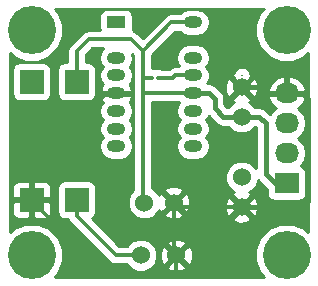
<source format=gbl>
G04 #@! TF.FileFunction,Copper,L2,Bot,Signal*
%FSLAX46Y46*%
G04 Gerber Fmt 4.6, Leading zero omitted, Abs format (unit mm)*
G04 Created by KiCad (PCBNEW 4.0.6) date 10/30/18 22:54:08*
%MOMM*%
%LPD*%
G01*
G04 APERTURE LIST*
%ADD10C,0.100000*%
%ADD11R,1.540000X1.000000*%
%ADD12O,1.540000X1.000000*%
%ADD13R,2.032000X1.727200*%
%ADD14O,2.032000X1.727200*%
%ADD15R,1.998980X1.998980*%
%ADD16C,1.524000*%
%ADD17C,4.064000*%
%ADD18R,0.280000X0.430000*%
%ADD19C,0.152400*%
%ADD20C,0.304800*%
%ADD21C,0.385800*%
%ADD22C,0.406400*%
%ADD23C,0.254000*%
G04 APERTURE END LIST*
D10*
D11*
X139244000Y-86964000D03*
D12*
X139244000Y-89964000D03*
X139244000Y-91464000D03*
X139244000Y-92964000D03*
X139244000Y-94464000D03*
X139244000Y-95964000D03*
X139244000Y-97464000D03*
X145744000Y-97464000D03*
X145744000Y-95964000D03*
X145744000Y-94464000D03*
X145744000Y-92964000D03*
X145744000Y-91464000D03*
X145744000Y-89964000D03*
X145744000Y-86964000D03*
D13*
X153670000Y-100584000D03*
D14*
X153670000Y-98044000D03*
X153670000Y-95504000D03*
X153670000Y-92964000D03*
D15*
X132080000Y-91998740D03*
X132080000Y-102001260D03*
X135890000Y-91998740D03*
X135890000Y-102001260D03*
D16*
X144325000Y-106680000D03*
X141325000Y-106680000D03*
D17*
X153670000Y-87630000D03*
X132080000Y-87630000D03*
X132080000Y-106680000D03*
X153670000Y-106680000D03*
D16*
X149860000Y-94976000D03*
X149860000Y-92476000D03*
X149860000Y-100096000D03*
X149860000Y-102596000D03*
X141625000Y-102235000D03*
X144125000Y-102235000D03*
D18*
X142239000Y-91694000D03*
X142749000Y-91694000D03*
D19*
X149880000Y-91440000D02*
X149860000Y-91460000D01*
D20*
X139244000Y-92964000D02*
X138430000Y-92964000D01*
X139192000Y-104648000D02*
X144125000Y-104648000D01*
X138430000Y-103886000D02*
X139192000Y-104648000D01*
X138430000Y-99822000D02*
X138430000Y-103886000D01*
X137668000Y-99060000D02*
X138430000Y-99822000D01*
X137668000Y-93726000D02*
X137668000Y-99060000D01*
X138430000Y-92964000D02*
X137668000Y-93726000D01*
X144125000Y-102235000D02*
X144125000Y-104648000D01*
X144125000Y-104648000D02*
X144125000Y-106480000D01*
X144125000Y-106480000D02*
X144325000Y-106680000D01*
X144325000Y-106680000D02*
X144325000Y-107897000D01*
X138430000Y-108458000D02*
X132080000Y-102108000D01*
X143764000Y-108458000D02*
X138430000Y-108458000D01*
X144325000Y-107897000D02*
X143764000Y-108458000D01*
X132080000Y-102108000D02*
X132080000Y-102001260D01*
X149860000Y-102596000D02*
X144486000Y-102596000D01*
X144486000Y-102596000D02*
X144125000Y-102235000D01*
D21*
X149860000Y-92476000D02*
X151658000Y-92476000D01*
X152146000Y-92964000D02*
X153670000Y-92964000D01*
X151658000Y-92476000D02*
X152146000Y-92964000D01*
X149860000Y-102596000D02*
X154960000Y-102596000D01*
X154940000Y-92964000D02*
X153670000Y-92964000D01*
X155448000Y-93472000D02*
X154940000Y-92964000D01*
X155448000Y-102108000D02*
X155448000Y-93472000D01*
X154960000Y-102596000D02*
X155448000Y-102108000D01*
D19*
X153436000Y-92476000D02*
X153670000Y-92710000D01*
X153670000Y-92710000D02*
X154178000Y-92710000D01*
X144486000Y-102596000D02*
X144125000Y-102235000D01*
X144325000Y-102435000D02*
X144125000Y-102235000D01*
X132080000Y-102001260D02*
X132080000Y-102108000D01*
D21*
X152654000Y-100584000D02*
X151892000Y-99822000D01*
D22*
X151892000Y-99822000D02*
X151892000Y-95504000D01*
X151892000Y-95504000D02*
X151364000Y-94976000D01*
X151364000Y-94976000D02*
X149860000Y-94976000D01*
D21*
X152654000Y-100584000D02*
X153670000Y-100584000D01*
D20*
X145744000Y-92964000D02*
X141478000Y-92964000D01*
X142239000Y-91694000D02*
X141478000Y-91694000D01*
X145744000Y-86964000D02*
X143922000Y-86964000D01*
X143922000Y-86964000D02*
X141478000Y-89408000D01*
X135890000Y-91998740D02*
X135890000Y-89408000D01*
X135890000Y-89408000D02*
X136906000Y-88392000D01*
X136906000Y-88392000D02*
X140462000Y-88392000D01*
X140462000Y-88392000D02*
X141478000Y-89408000D01*
X141478000Y-89408000D02*
X141478000Y-90678000D01*
X141478000Y-90678000D02*
X141478000Y-91694000D01*
X141478000Y-91694000D02*
X141478000Y-92964000D01*
X141478000Y-92964000D02*
X141478000Y-102088000D01*
D19*
X141478000Y-102088000D02*
X141625000Y-102235000D01*
D22*
X149860000Y-94976000D02*
X148316000Y-94976000D01*
X147066000Y-92964000D02*
X145744000Y-92964000D01*
X147574000Y-93472000D02*
X147066000Y-92964000D01*
X147574000Y-94234000D02*
X147574000Y-93472000D01*
X148316000Y-94976000D02*
X147574000Y-94234000D01*
X145744000Y-86964000D02*
X145192000Y-86964000D01*
X145034000Y-92964000D02*
X145744000Y-92964000D01*
D19*
X145034000Y-92964000D02*
X145744000Y-92964000D01*
D20*
X141325000Y-106680000D02*
X139192000Y-106680000D01*
X135890000Y-103378000D02*
X135890000Y-102001260D01*
X139192000Y-106680000D02*
X135890000Y-103378000D01*
X145744000Y-91464000D02*
X144248000Y-91464000D01*
X144018000Y-91694000D02*
X142749000Y-91694000D01*
X144248000Y-91464000D02*
X144018000Y-91694000D01*
D19*
X132080000Y-91998740D02*
X132283260Y-91998740D01*
D23*
G36*
X151410345Y-86117293D02*
X151003464Y-87097173D01*
X151002538Y-88158172D01*
X151407709Y-89138761D01*
X152157293Y-89889655D01*
X153137173Y-90296536D01*
X154198172Y-90297462D01*
X155178761Y-89892291D01*
X155500000Y-89571612D01*
X155500000Y-104738193D01*
X155182707Y-104420345D01*
X154202827Y-104013464D01*
X153141828Y-104012538D01*
X152161239Y-104417709D01*
X151410345Y-105167293D01*
X151003464Y-106147173D01*
X151002538Y-107208172D01*
X151407709Y-108188761D01*
X151728388Y-108510000D01*
X134021807Y-108510000D01*
X134339655Y-108192707D01*
X134746536Y-107212827D01*
X134747462Y-106151828D01*
X134342291Y-105171239D01*
X133592707Y-104420345D01*
X132612827Y-104013464D01*
X131551828Y-104012538D01*
X130571239Y-104417709D01*
X130250000Y-104738388D01*
X130250000Y-102287010D01*
X130445510Y-102287010D01*
X130445510Y-103127059D01*
X130542183Y-103360448D01*
X130720811Y-103539077D01*
X130954200Y-103635750D01*
X131794250Y-103635750D01*
X131953000Y-103477000D01*
X131953000Y-102128260D01*
X132207000Y-102128260D01*
X132207000Y-103477000D01*
X132365750Y-103635750D01*
X133205800Y-103635750D01*
X133439189Y-103539077D01*
X133617817Y-103360448D01*
X133714490Y-103127059D01*
X133714490Y-102287010D01*
X133555740Y-102128260D01*
X132207000Y-102128260D01*
X131953000Y-102128260D01*
X130604260Y-102128260D01*
X130445510Y-102287010D01*
X130250000Y-102287010D01*
X130250000Y-100875461D01*
X130445510Y-100875461D01*
X130445510Y-101715510D01*
X130604260Y-101874260D01*
X131953000Y-101874260D01*
X131953000Y-100525520D01*
X132207000Y-100525520D01*
X132207000Y-101874260D01*
X133555740Y-101874260D01*
X133714490Y-101715510D01*
X133714490Y-101001770D01*
X134243070Y-101001770D01*
X134243070Y-103000750D01*
X134287348Y-103236067D01*
X134426420Y-103452191D01*
X134638620Y-103597181D01*
X134890510Y-103648190D01*
X135156344Y-103648190D01*
X135162537Y-103679325D01*
X135333224Y-103934776D01*
X138635224Y-107236776D01*
X138890675Y-107407463D01*
X139192000Y-107467400D01*
X140138791Y-107467400D01*
X140139990Y-107470303D01*
X140532630Y-107863629D01*
X141045900Y-108076757D01*
X141601661Y-108077242D01*
X142115303Y-107865010D01*
X142320457Y-107660213D01*
X143524392Y-107660213D01*
X143593857Y-107902397D01*
X144117302Y-108089144D01*
X144672368Y-108061362D01*
X145056143Y-107902397D01*
X145125608Y-107660213D01*
X144325000Y-106859605D01*
X143524392Y-107660213D01*
X142320457Y-107660213D01*
X142508629Y-107472370D01*
X142721757Y-106959100D01*
X142722181Y-106472302D01*
X142915856Y-106472302D01*
X142943638Y-107027368D01*
X143102603Y-107411143D01*
X143344787Y-107480608D01*
X144145395Y-106680000D01*
X144504605Y-106680000D01*
X145305213Y-107480608D01*
X145547397Y-107411143D01*
X145734144Y-106887698D01*
X145706362Y-106332632D01*
X145547397Y-105948857D01*
X145305213Y-105879392D01*
X144504605Y-106680000D01*
X144145395Y-106680000D01*
X143344787Y-105879392D01*
X143102603Y-105948857D01*
X142915856Y-106472302D01*
X142722181Y-106472302D01*
X142722242Y-106403339D01*
X142510010Y-105889697D01*
X142320432Y-105699787D01*
X143524392Y-105699787D01*
X144325000Y-106500395D01*
X145125608Y-105699787D01*
X145056143Y-105457603D01*
X144532698Y-105270856D01*
X143977632Y-105298638D01*
X143593857Y-105457603D01*
X143524392Y-105699787D01*
X142320432Y-105699787D01*
X142117370Y-105496371D01*
X141604100Y-105283243D01*
X141048339Y-105282758D01*
X140534697Y-105494990D01*
X140141371Y-105887630D01*
X140139307Y-105892600D01*
X139518152Y-105892600D01*
X137188487Y-103562935D01*
X137340931Y-103464840D01*
X137485921Y-103252640D01*
X137536930Y-103000750D01*
X137536930Y-101001770D01*
X137492652Y-100766453D01*
X137353580Y-100550329D01*
X137141380Y-100405339D01*
X136889490Y-100354330D01*
X134890510Y-100354330D01*
X134655193Y-100398608D01*
X134439069Y-100537680D01*
X134294079Y-100749880D01*
X134243070Y-101001770D01*
X133714490Y-101001770D01*
X133714490Y-100875461D01*
X133617817Y-100642072D01*
X133439189Y-100463443D01*
X133205800Y-100366770D01*
X132365750Y-100366770D01*
X132207000Y-100525520D01*
X131953000Y-100525520D01*
X131794250Y-100366770D01*
X130954200Y-100366770D01*
X130720811Y-100463443D01*
X130542183Y-100642072D01*
X130445510Y-100875461D01*
X130250000Y-100875461D01*
X130250000Y-94464000D01*
X137811474Y-94464000D01*
X137897871Y-94898346D01*
X138108784Y-95214000D01*
X137897871Y-95529654D01*
X137811474Y-95964000D01*
X137897871Y-96398346D01*
X138108784Y-96714000D01*
X137897871Y-97029654D01*
X137811474Y-97464000D01*
X137897871Y-97898346D01*
X138143908Y-98266566D01*
X138512128Y-98512603D01*
X138946474Y-98599000D01*
X139541526Y-98599000D01*
X139975872Y-98512603D01*
X140344092Y-98266566D01*
X140590129Y-97898346D01*
X140676526Y-97464000D01*
X140590129Y-97029654D01*
X140379216Y-96714000D01*
X140590129Y-96398346D01*
X140676526Y-95964000D01*
X140590129Y-95529654D01*
X140379216Y-95214000D01*
X140590129Y-94898346D01*
X140676526Y-94464000D01*
X140590129Y-94029654D01*
X140373085Y-93704825D01*
X140406368Y-93676763D01*
X140608119Y-93265874D01*
X140481954Y-93091000D01*
X139371000Y-93091000D01*
X139371000Y-93111000D01*
X139117000Y-93111000D01*
X139117000Y-93091000D01*
X138006046Y-93091000D01*
X137879881Y-93265874D01*
X138081632Y-93676763D01*
X138114915Y-93704825D01*
X137897871Y-94029654D01*
X137811474Y-94464000D01*
X130250000Y-94464000D01*
X130250000Y-90999250D01*
X130433070Y-90999250D01*
X130433070Y-92998230D01*
X130477348Y-93233547D01*
X130616420Y-93449671D01*
X130828620Y-93594661D01*
X131080510Y-93645670D01*
X133079490Y-93645670D01*
X133314807Y-93601392D01*
X133530931Y-93462320D01*
X133675921Y-93250120D01*
X133726930Y-92998230D01*
X133726930Y-90999250D01*
X134243070Y-90999250D01*
X134243070Y-92998230D01*
X134287348Y-93233547D01*
X134426420Y-93449671D01*
X134638620Y-93594661D01*
X134890510Y-93645670D01*
X136889490Y-93645670D01*
X137124807Y-93601392D01*
X137340931Y-93462320D01*
X137485921Y-93250120D01*
X137536930Y-92998230D01*
X137536930Y-90999250D01*
X137492652Y-90763933D01*
X137353580Y-90547809D01*
X137141380Y-90402819D01*
X136889490Y-90351810D01*
X136677400Y-90351810D01*
X136677400Y-89734152D01*
X137232152Y-89179400D01*
X138131903Y-89179400D01*
X137897871Y-89529654D01*
X137811474Y-89964000D01*
X137897871Y-90398346D01*
X138108784Y-90714000D01*
X137897871Y-91029654D01*
X137811474Y-91464000D01*
X137897871Y-91898346D01*
X138114915Y-92223175D01*
X138081632Y-92251237D01*
X137879881Y-92662126D01*
X138006046Y-92837000D01*
X139117000Y-92837000D01*
X139117000Y-92817000D01*
X139371000Y-92817000D01*
X139371000Y-92837000D01*
X140481954Y-92837000D01*
X140608119Y-92662126D01*
X140406368Y-92251237D01*
X140373085Y-92223175D01*
X140590129Y-91898346D01*
X140676526Y-91464000D01*
X140590129Y-91029654D01*
X140379216Y-90714000D01*
X140590129Y-90398346D01*
X140676526Y-89964000D01*
X140615959Y-89659511D01*
X140690600Y-89734152D01*
X140690600Y-101193836D01*
X140441371Y-101442630D01*
X140228243Y-101955900D01*
X140227758Y-102511661D01*
X140439990Y-103025303D01*
X140832630Y-103418629D01*
X141345900Y-103631757D01*
X141901661Y-103632242D01*
X142415303Y-103420010D01*
X142620457Y-103215213D01*
X143324392Y-103215213D01*
X143393857Y-103457397D01*
X143917302Y-103644144D01*
X144472368Y-103616362D01*
X144569296Y-103576213D01*
X149059392Y-103576213D01*
X149128857Y-103818397D01*
X149652302Y-104005144D01*
X150207368Y-103977362D01*
X150591143Y-103818397D01*
X150660608Y-103576213D01*
X149860000Y-102775605D01*
X149059392Y-103576213D01*
X144569296Y-103576213D01*
X144856143Y-103457397D01*
X144925608Y-103215213D01*
X144125000Y-102414605D01*
X143324392Y-103215213D01*
X142620457Y-103215213D01*
X142808629Y-103027370D01*
X142868370Y-102883497D01*
X142902603Y-102966143D01*
X143144787Y-103035608D01*
X143945395Y-102235000D01*
X144304605Y-102235000D01*
X145105213Y-103035608D01*
X145347397Y-102966143D01*
X145534144Y-102442698D01*
X145531422Y-102388302D01*
X148450856Y-102388302D01*
X148478638Y-102943368D01*
X148637603Y-103327143D01*
X148879787Y-103396608D01*
X149680395Y-102596000D01*
X150039605Y-102596000D01*
X150840213Y-103396608D01*
X151082397Y-103327143D01*
X151269144Y-102803698D01*
X151241362Y-102248632D01*
X151082397Y-101864857D01*
X150840213Y-101795392D01*
X150039605Y-102596000D01*
X149680395Y-102596000D01*
X148879787Y-101795392D01*
X148637603Y-101864857D01*
X148450856Y-102388302D01*
X145531422Y-102388302D01*
X145506362Y-101887632D01*
X145347397Y-101503857D01*
X145105213Y-101434392D01*
X144304605Y-102235000D01*
X143945395Y-102235000D01*
X143144787Y-101434392D01*
X142902603Y-101503857D01*
X142871026Y-101592367D01*
X142810010Y-101444697D01*
X142620432Y-101254787D01*
X143324392Y-101254787D01*
X144125000Y-102055395D01*
X144925608Y-101254787D01*
X144856143Y-101012603D01*
X144332698Y-100825856D01*
X143777632Y-100853638D01*
X143393857Y-101012603D01*
X143324392Y-101254787D01*
X142620432Y-101254787D01*
X142417370Y-101051371D01*
X142265400Y-100988268D01*
X142265400Y-93751400D01*
X144583795Y-93751400D01*
X144397871Y-94029654D01*
X144311474Y-94464000D01*
X144397871Y-94898346D01*
X144608784Y-95214000D01*
X144397871Y-95529654D01*
X144311474Y-95964000D01*
X144397871Y-96398346D01*
X144608784Y-96714000D01*
X144397871Y-97029654D01*
X144311474Y-97464000D01*
X144397871Y-97898346D01*
X144643908Y-98266566D01*
X145012128Y-98512603D01*
X145446474Y-98599000D01*
X146041526Y-98599000D01*
X146475872Y-98512603D01*
X146844092Y-98266566D01*
X147090129Y-97898346D01*
X147176526Y-97464000D01*
X147090129Y-97029654D01*
X146879216Y-96714000D01*
X147090129Y-96398346D01*
X147176526Y-95964000D01*
X147090129Y-95529654D01*
X146879216Y-95214000D01*
X147075238Y-94920632D01*
X147723303Y-95568697D01*
X147995235Y-95750396D01*
X148316000Y-95814200D01*
X148722803Y-95814200D01*
X149067630Y-96159629D01*
X149580900Y-96372757D01*
X150136661Y-96373242D01*
X150650303Y-96161010D01*
X150997719Y-95814200D01*
X151016806Y-95814200D01*
X151053800Y-95851194D01*
X151053800Y-99326970D01*
X151045010Y-99305697D01*
X150652370Y-98912371D01*
X150139100Y-98699243D01*
X149583339Y-98698758D01*
X149069697Y-98910990D01*
X148676371Y-99303630D01*
X148463243Y-99816900D01*
X148462758Y-100372661D01*
X148674990Y-100886303D01*
X149067630Y-101279629D01*
X149211503Y-101339370D01*
X149128857Y-101373603D01*
X149059392Y-101615787D01*
X149860000Y-102416395D01*
X150660608Y-101615787D01*
X150591143Y-101373603D01*
X150502633Y-101342026D01*
X150650303Y-101281010D01*
X151043629Y-100888370D01*
X151256757Y-100375100D01*
X151256778Y-100351054D01*
X151299303Y-100414697D01*
X151343200Y-100444028D01*
X152006560Y-101107388D01*
X152006560Y-101447600D01*
X152050838Y-101682917D01*
X152189910Y-101899041D01*
X152402110Y-102044031D01*
X152654000Y-102095040D01*
X154686000Y-102095040D01*
X154921317Y-102050762D01*
X155137441Y-101911690D01*
X155282431Y-101699490D01*
X155333440Y-101447600D01*
X155333440Y-99720400D01*
X155289162Y-99485083D01*
X155150090Y-99268959D01*
X154937890Y-99123969D01*
X154896561Y-99115600D01*
X154914415Y-99103670D01*
X155239271Y-98617489D01*
X155353345Y-98044000D01*
X155239271Y-97470511D01*
X154914415Y-96984330D01*
X154599634Y-96774000D01*
X154914415Y-96563670D01*
X155239271Y-96077489D01*
X155353345Y-95504000D01*
X155239271Y-94930511D01*
X154914415Y-94444330D01*
X154604931Y-94237539D01*
X155020732Y-93866036D01*
X155274709Y-93338791D01*
X155277358Y-93323026D01*
X155156217Y-93091000D01*
X153797000Y-93091000D01*
X153797000Y-93111000D01*
X153543000Y-93111000D01*
X153543000Y-93091000D01*
X152183783Y-93091000D01*
X152062642Y-93323026D01*
X152065291Y-93338791D01*
X152319268Y-93866036D01*
X152735069Y-94237539D01*
X152425585Y-94444330D01*
X152262219Y-94688825D01*
X151956697Y-94383303D01*
X151684766Y-94201604D01*
X151364000Y-94137800D01*
X150997197Y-94137800D01*
X150652370Y-93792371D01*
X150508497Y-93732630D01*
X150591143Y-93698397D01*
X150660608Y-93456213D01*
X149860000Y-92655605D01*
X149059392Y-93456213D01*
X149128857Y-93698397D01*
X149217367Y-93729974D01*
X149069697Y-93790990D01*
X148722281Y-94137800D01*
X148663194Y-94137800D01*
X148412200Y-93886806D01*
X148412200Y-93472000D01*
X148348396Y-93151235D01*
X148166697Y-92879303D01*
X147658697Y-92371303D01*
X147504546Y-92268302D01*
X148450856Y-92268302D01*
X148478638Y-92823368D01*
X148637603Y-93207143D01*
X148879787Y-93276608D01*
X149680395Y-92476000D01*
X150039605Y-92476000D01*
X150840213Y-93276608D01*
X151082397Y-93207143D01*
X151269144Y-92683698D01*
X151265204Y-92604974D01*
X152062642Y-92604974D01*
X152183783Y-92837000D01*
X153543000Y-92837000D01*
X153543000Y-91623076D01*
X153797000Y-91623076D01*
X153797000Y-92837000D01*
X155156217Y-92837000D01*
X155277358Y-92604974D01*
X155274709Y-92589209D01*
X155020732Y-92061964D01*
X154584320Y-91672046D01*
X154031913Y-91478816D01*
X153797000Y-91623076D01*
X153543000Y-91623076D01*
X153308087Y-91478816D01*
X152755680Y-91672046D01*
X152319268Y-92061964D01*
X152065291Y-92589209D01*
X152062642Y-92604974D01*
X151265204Y-92604974D01*
X151241362Y-92128632D01*
X151082397Y-91744857D01*
X150840213Y-91675392D01*
X150039605Y-92476000D01*
X149680395Y-92476000D01*
X148879787Y-91675392D01*
X148637603Y-91744857D01*
X148450856Y-92268302D01*
X147504546Y-92268302D01*
X147386766Y-92189604D01*
X147066000Y-92125800D01*
X146938149Y-92125800D01*
X147090129Y-91898346D01*
X147170203Y-91495787D01*
X149059392Y-91495787D01*
X149179886Y-91616281D01*
X149202937Y-91732165D01*
X149357106Y-91962894D01*
X149587835Y-92117063D01*
X149703719Y-92140114D01*
X149860000Y-92296395D01*
X150016281Y-92140114D01*
X150132165Y-92117063D01*
X150362894Y-91962894D01*
X150382894Y-91942895D01*
X150537063Y-91712165D01*
X150560113Y-91596282D01*
X150660608Y-91495787D01*
X150591143Y-91253603D01*
X150551295Y-91239387D01*
X150537063Y-91167835D01*
X150382894Y-90937106D01*
X150152165Y-90782937D01*
X149880000Y-90728801D01*
X149607835Y-90782937D01*
X149377105Y-90937106D01*
X149357106Y-90957106D01*
X149202937Y-91187835D01*
X149195332Y-91226068D01*
X149128857Y-91253603D01*
X149059392Y-91495787D01*
X147170203Y-91495787D01*
X147176526Y-91464000D01*
X147090129Y-91029654D01*
X146879216Y-90714000D01*
X147090129Y-90398346D01*
X147176526Y-89964000D01*
X147090129Y-89529654D01*
X146844092Y-89161434D01*
X146475872Y-88915397D01*
X146041526Y-88829000D01*
X145446474Y-88829000D01*
X145012128Y-88915397D01*
X144643908Y-89161434D01*
X144397871Y-89529654D01*
X144311474Y-89964000D01*
X144397871Y-90398346D01*
X144583795Y-90676600D01*
X144248000Y-90676600D01*
X143946675Y-90736537D01*
X143692158Y-90906600D01*
X143176061Y-90906600D01*
X143140890Y-90882569D01*
X142889000Y-90831560D01*
X142609000Y-90831560D01*
X142489778Y-90853993D01*
X142379000Y-90831560D01*
X142265400Y-90831560D01*
X142265400Y-89734152D01*
X144248152Y-87751400D01*
X144633774Y-87751400D01*
X144643908Y-87766566D01*
X145012128Y-88012603D01*
X145446474Y-88099000D01*
X146041526Y-88099000D01*
X146475872Y-88012603D01*
X146844092Y-87766566D01*
X147090129Y-87398346D01*
X147176526Y-86964000D01*
X147090129Y-86529654D01*
X146844092Y-86161434D01*
X146475872Y-85915397D01*
X146041526Y-85829000D01*
X145446474Y-85829000D01*
X145012128Y-85915397D01*
X144643908Y-86161434D01*
X144633774Y-86176600D01*
X143922000Y-86176600D01*
X143620675Y-86236537D01*
X143365224Y-86407224D01*
X141478000Y-88294448D01*
X141018776Y-87835224D01*
X140763325Y-87664537D01*
X140626348Y-87637291D01*
X140661440Y-87464000D01*
X140661440Y-86464000D01*
X140617162Y-86228683D01*
X140478090Y-86012559D01*
X140265890Y-85867569D01*
X140014000Y-85816560D01*
X138474000Y-85816560D01*
X138238683Y-85860838D01*
X138022559Y-85999910D01*
X137877569Y-86212110D01*
X137826560Y-86464000D01*
X137826560Y-87464000D01*
X137853016Y-87604600D01*
X136906000Y-87604600D01*
X136604675Y-87664537D01*
X136349224Y-87835224D01*
X135333224Y-88851224D01*
X135162537Y-89106675D01*
X135102600Y-89408000D01*
X135102600Y-90351810D01*
X134890510Y-90351810D01*
X134655193Y-90396088D01*
X134439069Y-90535160D01*
X134294079Y-90747360D01*
X134243070Y-90999250D01*
X133726930Y-90999250D01*
X133682652Y-90763933D01*
X133543580Y-90547809D01*
X133331380Y-90402819D01*
X133079490Y-90351810D01*
X131080510Y-90351810D01*
X130845193Y-90396088D01*
X130629069Y-90535160D01*
X130484079Y-90747360D01*
X130433070Y-90999250D01*
X130250000Y-90999250D01*
X130250000Y-89571807D01*
X130567293Y-89889655D01*
X131547173Y-90296536D01*
X132608172Y-90297462D01*
X133588761Y-89892291D01*
X134339655Y-89142707D01*
X134746536Y-88162827D01*
X134747462Y-87101828D01*
X134342291Y-86121239D01*
X134021612Y-85800000D01*
X151728193Y-85800000D01*
X151410345Y-86117293D01*
X151410345Y-86117293D01*
G37*
X151410345Y-86117293D02*
X151003464Y-87097173D01*
X151002538Y-88158172D01*
X151407709Y-89138761D01*
X152157293Y-89889655D01*
X153137173Y-90296536D01*
X154198172Y-90297462D01*
X155178761Y-89892291D01*
X155500000Y-89571612D01*
X155500000Y-104738193D01*
X155182707Y-104420345D01*
X154202827Y-104013464D01*
X153141828Y-104012538D01*
X152161239Y-104417709D01*
X151410345Y-105167293D01*
X151003464Y-106147173D01*
X151002538Y-107208172D01*
X151407709Y-108188761D01*
X151728388Y-108510000D01*
X134021807Y-108510000D01*
X134339655Y-108192707D01*
X134746536Y-107212827D01*
X134747462Y-106151828D01*
X134342291Y-105171239D01*
X133592707Y-104420345D01*
X132612827Y-104013464D01*
X131551828Y-104012538D01*
X130571239Y-104417709D01*
X130250000Y-104738388D01*
X130250000Y-102287010D01*
X130445510Y-102287010D01*
X130445510Y-103127059D01*
X130542183Y-103360448D01*
X130720811Y-103539077D01*
X130954200Y-103635750D01*
X131794250Y-103635750D01*
X131953000Y-103477000D01*
X131953000Y-102128260D01*
X132207000Y-102128260D01*
X132207000Y-103477000D01*
X132365750Y-103635750D01*
X133205800Y-103635750D01*
X133439189Y-103539077D01*
X133617817Y-103360448D01*
X133714490Y-103127059D01*
X133714490Y-102287010D01*
X133555740Y-102128260D01*
X132207000Y-102128260D01*
X131953000Y-102128260D01*
X130604260Y-102128260D01*
X130445510Y-102287010D01*
X130250000Y-102287010D01*
X130250000Y-100875461D01*
X130445510Y-100875461D01*
X130445510Y-101715510D01*
X130604260Y-101874260D01*
X131953000Y-101874260D01*
X131953000Y-100525520D01*
X132207000Y-100525520D01*
X132207000Y-101874260D01*
X133555740Y-101874260D01*
X133714490Y-101715510D01*
X133714490Y-101001770D01*
X134243070Y-101001770D01*
X134243070Y-103000750D01*
X134287348Y-103236067D01*
X134426420Y-103452191D01*
X134638620Y-103597181D01*
X134890510Y-103648190D01*
X135156344Y-103648190D01*
X135162537Y-103679325D01*
X135333224Y-103934776D01*
X138635224Y-107236776D01*
X138890675Y-107407463D01*
X139192000Y-107467400D01*
X140138791Y-107467400D01*
X140139990Y-107470303D01*
X140532630Y-107863629D01*
X141045900Y-108076757D01*
X141601661Y-108077242D01*
X142115303Y-107865010D01*
X142320457Y-107660213D01*
X143524392Y-107660213D01*
X143593857Y-107902397D01*
X144117302Y-108089144D01*
X144672368Y-108061362D01*
X145056143Y-107902397D01*
X145125608Y-107660213D01*
X144325000Y-106859605D01*
X143524392Y-107660213D01*
X142320457Y-107660213D01*
X142508629Y-107472370D01*
X142721757Y-106959100D01*
X142722181Y-106472302D01*
X142915856Y-106472302D01*
X142943638Y-107027368D01*
X143102603Y-107411143D01*
X143344787Y-107480608D01*
X144145395Y-106680000D01*
X144504605Y-106680000D01*
X145305213Y-107480608D01*
X145547397Y-107411143D01*
X145734144Y-106887698D01*
X145706362Y-106332632D01*
X145547397Y-105948857D01*
X145305213Y-105879392D01*
X144504605Y-106680000D01*
X144145395Y-106680000D01*
X143344787Y-105879392D01*
X143102603Y-105948857D01*
X142915856Y-106472302D01*
X142722181Y-106472302D01*
X142722242Y-106403339D01*
X142510010Y-105889697D01*
X142320432Y-105699787D01*
X143524392Y-105699787D01*
X144325000Y-106500395D01*
X145125608Y-105699787D01*
X145056143Y-105457603D01*
X144532698Y-105270856D01*
X143977632Y-105298638D01*
X143593857Y-105457603D01*
X143524392Y-105699787D01*
X142320432Y-105699787D01*
X142117370Y-105496371D01*
X141604100Y-105283243D01*
X141048339Y-105282758D01*
X140534697Y-105494990D01*
X140141371Y-105887630D01*
X140139307Y-105892600D01*
X139518152Y-105892600D01*
X137188487Y-103562935D01*
X137340931Y-103464840D01*
X137485921Y-103252640D01*
X137536930Y-103000750D01*
X137536930Y-101001770D01*
X137492652Y-100766453D01*
X137353580Y-100550329D01*
X137141380Y-100405339D01*
X136889490Y-100354330D01*
X134890510Y-100354330D01*
X134655193Y-100398608D01*
X134439069Y-100537680D01*
X134294079Y-100749880D01*
X134243070Y-101001770D01*
X133714490Y-101001770D01*
X133714490Y-100875461D01*
X133617817Y-100642072D01*
X133439189Y-100463443D01*
X133205800Y-100366770D01*
X132365750Y-100366770D01*
X132207000Y-100525520D01*
X131953000Y-100525520D01*
X131794250Y-100366770D01*
X130954200Y-100366770D01*
X130720811Y-100463443D01*
X130542183Y-100642072D01*
X130445510Y-100875461D01*
X130250000Y-100875461D01*
X130250000Y-94464000D01*
X137811474Y-94464000D01*
X137897871Y-94898346D01*
X138108784Y-95214000D01*
X137897871Y-95529654D01*
X137811474Y-95964000D01*
X137897871Y-96398346D01*
X138108784Y-96714000D01*
X137897871Y-97029654D01*
X137811474Y-97464000D01*
X137897871Y-97898346D01*
X138143908Y-98266566D01*
X138512128Y-98512603D01*
X138946474Y-98599000D01*
X139541526Y-98599000D01*
X139975872Y-98512603D01*
X140344092Y-98266566D01*
X140590129Y-97898346D01*
X140676526Y-97464000D01*
X140590129Y-97029654D01*
X140379216Y-96714000D01*
X140590129Y-96398346D01*
X140676526Y-95964000D01*
X140590129Y-95529654D01*
X140379216Y-95214000D01*
X140590129Y-94898346D01*
X140676526Y-94464000D01*
X140590129Y-94029654D01*
X140373085Y-93704825D01*
X140406368Y-93676763D01*
X140608119Y-93265874D01*
X140481954Y-93091000D01*
X139371000Y-93091000D01*
X139371000Y-93111000D01*
X139117000Y-93111000D01*
X139117000Y-93091000D01*
X138006046Y-93091000D01*
X137879881Y-93265874D01*
X138081632Y-93676763D01*
X138114915Y-93704825D01*
X137897871Y-94029654D01*
X137811474Y-94464000D01*
X130250000Y-94464000D01*
X130250000Y-90999250D01*
X130433070Y-90999250D01*
X130433070Y-92998230D01*
X130477348Y-93233547D01*
X130616420Y-93449671D01*
X130828620Y-93594661D01*
X131080510Y-93645670D01*
X133079490Y-93645670D01*
X133314807Y-93601392D01*
X133530931Y-93462320D01*
X133675921Y-93250120D01*
X133726930Y-92998230D01*
X133726930Y-90999250D01*
X134243070Y-90999250D01*
X134243070Y-92998230D01*
X134287348Y-93233547D01*
X134426420Y-93449671D01*
X134638620Y-93594661D01*
X134890510Y-93645670D01*
X136889490Y-93645670D01*
X137124807Y-93601392D01*
X137340931Y-93462320D01*
X137485921Y-93250120D01*
X137536930Y-92998230D01*
X137536930Y-90999250D01*
X137492652Y-90763933D01*
X137353580Y-90547809D01*
X137141380Y-90402819D01*
X136889490Y-90351810D01*
X136677400Y-90351810D01*
X136677400Y-89734152D01*
X137232152Y-89179400D01*
X138131903Y-89179400D01*
X137897871Y-89529654D01*
X137811474Y-89964000D01*
X137897871Y-90398346D01*
X138108784Y-90714000D01*
X137897871Y-91029654D01*
X137811474Y-91464000D01*
X137897871Y-91898346D01*
X138114915Y-92223175D01*
X138081632Y-92251237D01*
X137879881Y-92662126D01*
X138006046Y-92837000D01*
X139117000Y-92837000D01*
X139117000Y-92817000D01*
X139371000Y-92817000D01*
X139371000Y-92837000D01*
X140481954Y-92837000D01*
X140608119Y-92662126D01*
X140406368Y-92251237D01*
X140373085Y-92223175D01*
X140590129Y-91898346D01*
X140676526Y-91464000D01*
X140590129Y-91029654D01*
X140379216Y-90714000D01*
X140590129Y-90398346D01*
X140676526Y-89964000D01*
X140615959Y-89659511D01*
X140690600Y-89734152D01*
X140690600Y-101193836D01*
X140441371Y-101442630D01*
X140228243Y-101955900D01*
X140227758Y-102511661D01*
X140439990Y-103025303D01*
X140832630Y-103418629D01*
X141345900Y-103631757D01*
X141901661Y-103632242D01*
X142415303Y-103420010D01*
X142620457Y-103215213D01*
X143324392Y-103215213D01*
X143393857Y-103457397D01*
X143917302Y-103644144D01*
X144472368Y-103616362D01*
X144569296Y-103576213D01*
X149059392Y-103576213D01*
X149128857Y-103818397D01*
X149652302Y-104005144D01*
X150207368Y-103977362D01*
X150591143Y-103818397D01*
X150660608Y-103576213D01*
X149860000Y-102775605D01*
X149059392Y-103576213D01*
X144569296Y-103576213D01*
X144856143Y-103457397D01*
X144925608Y-103215213D01*
X144125000Y-102414605D01*
X143324392Y-103215213D01*
X142620457Y-103215213D01*
X142808629Y-103027370D01*
X142868370Y-102883497D01*
X142902603Y-102966143D01*
X143144787Y-103035608D01*
X143945395Y-102235000D01*
X144304605Y-102235000D01*
X145105213Y-103035608D01*
X145347397Y-102966143D01*
X145534144Y-102442698D01*
X145531422Y-102388302D01*
X148450856Y-102388302D01*
X148478638Y-102943368D01*
X148637603Y-103327143D01*
X148879787Y-103396608D01*
X149680395Y-102596000D01*
X150039605Y-102596000D01*
X150840213Y-103396608D01*
X151082397Y-103327143D01*
X151269144Y-102803698D01*
X151241362Y-102248632D01*
X151082397Y-101864857D01*
X150840213Y-101795392D01*
X150039605Y-102596000D01*
X149680395Y-102596000D01*
X148879787Y-101795392D01*
X148637603Y-101864857D01*
X148450856Y-102388302D01*
X145531422Y-102388302D01*
X145506362Y-101887632D01*
X145347397Y-101503857D01*
X145105213Y-101434392D01*
X144304605Y-102235000D01*
X143945395Y-102235000D01*
X143144787Y-101434392D01*
X142902603Y-101503857D01*
X142871026Y-101592367D01*
X142810010Y-101444697D01*
X142620432Y-101254787D01*
X143324392Y-101254787D01*
X144125000Y-102055395D01*
X144925608Y-101254787D01*
X144856143Y-101012603D01*
X144332698Y-100825856D01*
X143777632Y-100853638D01*
X143393857Y-101012603D01*
X143324392Y-101254787D01*
X142620432Y-101254787D01*
X142417370Y-101051371D01*
X142265400Y-100988268D01*
X142265400Y-93751400D01*
X144583795Y-93751400D01*
X144397871Y-94029654D01*
X144311474Y-94464000D01*
X144397871Y-94898346D01*
X144608784Y-95214000D01*
X144397871Y-95529654D01*
X144311474Y-95964000D01*
X144397871Y-96398346D01*
X144608784Y-96714000D01*
X144397871Y-97029654D01*
X144311474Y-97464000D01*
X144397871Y-97898346D01*
X144643908Y-98266566D01*
X145012128Y-98512603D01*
X145446474Y-98599000D01*
X146041526Y-98599000D01*
X146475872Y-98512603D01*
X146844092Y-98266566D01*
X147090129Y-97898346D01*
X147176526Y-97464000D01*
X147090129Y-97029654D01*
X146879216Y-96714000D01*
X147090129Y-96398346D01*
X147176526Y-95964000D01*
X147090129Y-95529654D01*
X146879216Y-95214000D01*
X147075238Y-94920632D01*
X147723303Y-95568697D01*
X147995235Y-95750396D01*
X148316000Y-95814200D01*
X148722803Y-95814200D01*
X149067630Y-96159629D01*
X149580900Y-96372757D01*
X150136661Y-96373242D01*
X150650303Y-96161010D01*
X150997719Y-95814200D01*
X151016806Y-95814200D01*
X151053800Y-95851194D01*
X151053800Y-99326970D01*
X151045010Y-99305697D01*
X150652370Y-98912371D01*
X150139100Y-98699243D01*
X149583339Y-98698758D01*
X149069697Y-98910990D01*
X148676371Y-99303630D01*
X148463243Y-99816900D01*
X148462758Y-100372661D01*
X148674990Y-100886303D01*
X149067630Y-101279629D01*
X149211503Y-101339370D01*
X149128857Y-101373603D01*
X149059392Y-101615787D01*
X149860000Y-102416395D01*
X150660608Y-101615787D01*
X150591143Y-101373603D01*
X150502633Y-101342026D01*
X150650303Y-101281010D01*
X151043629Y-100888370D01*
X151256757Y-100375100D01*
X151256778Y-100351054D01*
X151299303Y-100414697D01*
X151343200Y-100444028D01*
X152006560Y-101107388D01*
X152006560Y-101447600D01*
X152050838Y-101682917D01*
X152189910Y-101899041D01*
X152402110Y-102044031D01*
X152654000Y-102095040D01*
X154686000Y-102095040D01*
X154921317Y-102050762D01*
X155137441Y-101911690D01*
X155282431Y-101699490D01*
X155333440Y-101447600D01*
X155333440Y-99720400D01*
X155289162Y-99485083D01*
X155150090Y-99268959D01*
X154937890Y-99123969D01*
X154896561Y-99115600D01*
X154914415Y-99103670D01*
X155239271Y-98617489D01*
X155353345Y-98044000D01*
X155239271Y-97470511D01*
X154914415Y-96984330D01*
X154599634Y-96774000D01*
X154914415Y-96563670D01*
X155239271Y-96077489D01*
X155353345Y-95504000D01*
X155239271Y-94930511D01*
X154914415Y-94444330D01*
X154604931Y-94237539D01*
X155020732Y-93866036D01*
X155274709Y-93338791D01*
X155277358Y-93323026D01*
X155156217Y-93091000D01*
X153797000Y-93091000D01*
X153797000Y-93111000D01*
X153543000Y-93111000D01*
X153543000Y-93091000D01*
X152183783Y-93091000D01*
X152062642Y-93323026D01*
X152065291Y-93338791D01*
X152319268Y-93866036D01*
X152735069Y-94237539D01*
X152425585Y-94444330D01*
X152262219Y-94688825D01*
X151956697Y-94383303D01*
X151684766Y-94201604D01*
X151364000Y-94137800D01*
X150997197Y-94137800D01*
X150652370Y-93792371D01*
X150508497Y-93732630D01*
X150591143Y-93698397D01*
X150660608Y-93456213D01*
X149860000Y-92655605D01*
X149059392Y-93456213D01*
X149128857Y-93698397D01*
X149217367Y-93729974D01*
X149069697Y-93790990D01*
X148722281Y-94137800D01*
X148663194Y-94137800D01*
X148412200Y-93886806D01*
X148412200Y-93472000D01*
X148348396Y-93151235D01*
X148166697Y-92879303D01*
X147658697Y-92371303D01*
X147504546Y-92268302D01*
X148450856Y-92268302D01*
X148478638Y-92823368D01*
X148637603Y-93207143D01*
X148879787Y-93276608D01*
X149680395Y-92476000D01*
X150039605Y-92476000D01*
X150840213Y-93276608D01*
X151082397Y-93207143D01*
X151269144Y-92683698D01*
X151265204Y-92604974D01*
X152062642Y-92604974D01*
X152183783Y-92837000D01*
X153543000Y-92837000D01*
X153543000Y-91623076D01*
X153797000Y-91623076D01*
X153797000Y-92837000D01*
X155156217Y-92837000D01*
X155277358Y-92604974D01*
X155274709Y-92589209D01*
X155020732Y-92061964D01*
X154584320Y-91672046D01*
X154031913Y-91478816D01*
X153797000Y-91623076D01*
X153543000Y-91623076D01*
X153308087Y-91478816D01*
X152755680Y-91672046D01*
X152319268Y-92061964D01*
X152065291Y-92589209D01*
X152062642Y-92604974D01*
X151265204Y-92604974D01*
X151241362Y-92128632D01*
X151082397Y-91744857D01*
X150840213Y-91675392D01*
X150039605Y-92476000D01*
X149680395Y-92476000D01*
X148879787Y-91675392D01*
X148637603Y-91744857D01*
X148450856Y-92268302D01*
X147504546Y-92268302D01*
X147386766Y-92189604D01*
X147066000Y-92125800D01*
X146938149Y-92125800D01*
X147090129Y-91898346D01*
X147170203Y-91495787D01*
X149059392Y-91495787D01*
X149179886Y-91616281D01*
X149202937Y-91732165D01*
X149357106Y-91962894D01*
X149587835Y-92117063D01*
X149703719Y-92140114D01*
X149860000Y-92296395D01*
X150016281Y-92140114D01*
X150132165Y-92117063D01*
X150362894Y-91962894D01*
X150382894Y-91942895D01*
X150537063Y-91712165D01*
X150560113Y-91596282D01*
X150660608Y-91495787D01*
X150591143Y-91253603D01*
X150551295Y-91239387D01*
X150537063Y-91167835D01*
X150382894Y-90937106D01*
X150152165Y-90782937D01*
X149880000Y-90728801D01*
X149607835Y-90782937D01*
X149377105Y-90937106D01*
X149357106Y-90957106D01*
X149202937Y-91187835D01*
X149195332Y-91226068D01*
X149128857Y-91253603D01*
X149059392Y-91495787D01*
X147170203Y-91495787D01*
X147176526Y-91464000D01*
X147090129Y-91029654D01*
X146879216Y-90714000D01*
X147090129Y-90398346D01*
X147176526Y-89964000D01*
X147090129Y-89529654D01*
X146844092Y-89161434D01*
X146475872Y-88915397D01*
X146041526Y-88829000D01*
X145446474Y-88829000D01*
X145012128Y-88915397D01*
X144643908Y-89161434D01*
X144397871Y-89529654D01*
X144311474Y-89964000D01*
X144397871Y-90398346D01*
X144583795Y-90676600D01*
X144248000Y-90676600D01*
X143946675Y-90736537D01*
X143692158Y-90906600D01*
X143176061Y-90906600D01*
X143140890Y-90882569D01*
X142889000Y-90831560D01*
X142609000Y-90831560D01*
X142489778Y-90853993D01*
X142379000Y-90831560D01*
X142265400Y-90831560D01*
X142265400Y-89734152D01*
X144248152Y-87751400D01*
X144633774Y-87751400D01*
X144643908Y-87766566D01*
X145012128Y-88012603D01*
X145446474Y-88099000D01*
X146041526Y-88099000D01*
X146475872Y-88012603D01*
X146844092Y-87766566D01*
X147090129Y-87398346D01*
X147176526Y-86964000D01*
X147090129Y-86529654D01*
X146844092Y-86161434D01*
X146475872Y-85915397D01*
X146041526Y-85829000D01*
X145446474Y-85829000D01*
X145012128Y-85915397D01*
X144643908Y-86161434D01*
X144633774Y-86176600D01*
X143922000Y-86176600D01*
X143620675Y-86236537D01*
X143365224Y-86407224D01*
X141478000Y-88294448D01*
X141018776Y-87835224D01*
X140763325Y-87664537D01*
X140626348Y-87637291D01*
X140661440Y-87464000D01*
X140661440Y-86464000D01*
X140617162Y-86228683D01*
X140478090Y-86012559D01*
X140265890Y-85867569D01*
X140014000Y-85816560D01*
X138474000Y-85816560D01*
X138238683Y-85860838D01*
X138022559Y-85999910D01*
X137877569Y-86212110D01*
X137826560Y-86464000D01*
X137826560Y-87464000D01*
X137853016Y-87604600D01*
X136906000Y-87604600D01*
X136604675Y-87664537D01*
X136349224Y-87835224D01*
X135333224Y-88851224D01*
X135162537Y-89106675D01*
X135102600Y-89408000D01*
X135102600Y-90351810D01*
X134890510Y-90351810D01*
X134655193Y-90396088D01*
X134439069Y-90535160D01*
X134294079Y-90747360D01*
X134243070Y-90999250D01*
X133726930Y-90999250D01*
X133682652Y-90763933D01*
X133543580Y-90547809D01*
X133331380Y-90402819D01*
X133079490Y-90351810D01*
X131080510Y-90351810D01*
X130845193Y-90396088D01*
X130629069Y-90535160D01*
X130484079Y-90747360D01*
X130433070Y-90999250D01*
X130250000Y-90999250D01*
X130250000Y-89571807D01*
X130567293Y-89889655D01*
X131547173Y-90296536D01*
X132608172Y-90297462D01*
X133588761Y-89892291D01*
X134339655Y-89142707D01*
X134746536Y-88162827D01*
X134747462Y-87101828D01*
X134342291Y-86121239D01*
X134021612Y-85800000D01*
X151728193Y-85800000D01*
X151410345Y-86117293D01*
M02*

</source>
